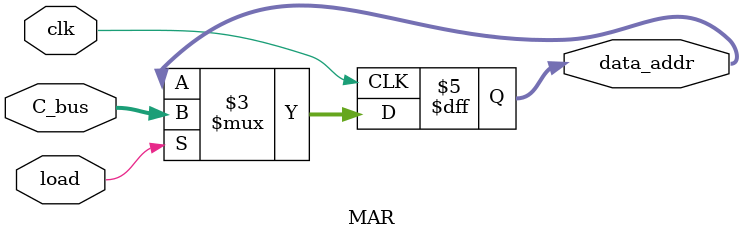
<source format=v>
`timescale 1ns / 1ps
module MAR(clk, load, C_bus, data_addr);

input clk, load;
input [23:0] C_bus;
output [23:0] data_addr;
reg [23:0] data_addr = 24'b0;

always@(posedge clk)
	begin
		if(load) data_addr <= C_bus;
	end
	
endmodule

</source>
